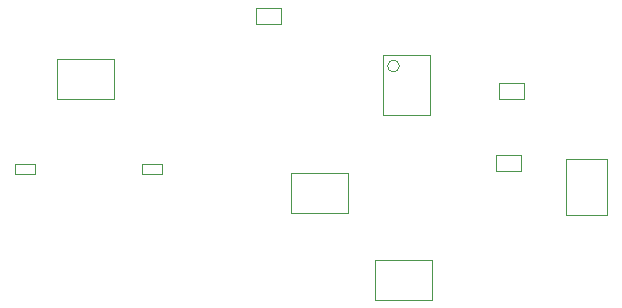
<source format=gbr>
G04*
G04 #@! TF.GenerationSoftware,Altium Limited,Altium Designer,24.9.1 (31)*
G04*
G04 Layer_Color=16711935*
%FSLAX44Y44*%
%MOMM*%
G71*
G04*
G04 #@! TF.SameCoordinates,B653029B-541F-4617-83FB-ACABD9EDAD60*
G04*
G04*
G04 #@! TF.FilePolarity,Positive*
G04*
G01*
G75*
%ADD34C,0.1000*%
D34*
X786480Y897380D02*
G03*
X786480Y897380I-5000J0D01*
G01*
X568200Y805760D02*
Y814760D01*
X585200Y805760D02*
Y814760D01*
X568200D02*
X585200D01*
X568200Y805760D02*
X585200D01*
X461400D02*
Y814760D01*
X478400Y805760D02*
Y814760D01*
X461400D02*
X478400D01*
X461400Y805760D02*
X478400D01*
X742820Y772940D02*
Y806940D01*
X694820Y772940D02*
Y806940D01*
Y772940D02*
X742820D01*
X694820Y806940D02*
X742820D01*
X868340Y808590D02*
X889340D01*
X868340Y822090D02*
X889340D01*
Y808590D02*
Y822090D01*
X868340Y808590D02*
Y822090D01*
X927880Y771020D02*
X961880D01*
X927880Y819020D02*
X961880D01*
X927880Y771020D02*
Y819020D01*
X961880Y771020D02*
Y819020D01*
X813940Y699280D02*
Y733280D01*
X765940Y699280D02*
Y733280D01*
Y699280D02*
X813940D01*
X765940Y733280D02*
X813940D01*
X664980Y933050D02*
X685980D01*
X664980Y946550D02*
X685980D01*
Y933050D02*
Y946550D01*
X664980Y933050D02*
Y946550D01*
X496700Y869460D02*
Y903460D01*
X544700Y869460D02*
Y903460D01*
X496700D02*
X544700D01*
X496700Y869460D02*
X544700D01*
X870880Y883050D02*
X891880D01*
X870880Y869550D02*
X891880D01*
X870880D02*
Y883050D01*
X891880Y869550D02*
Y883050D01*
X772480Y856380D02*
X812480D01*
X772480Y906380D02*
X812480D01*
Y856380D02*
Y906380D01*
X772480Y856380D02*
Y906380D01*
M02*

</source>
